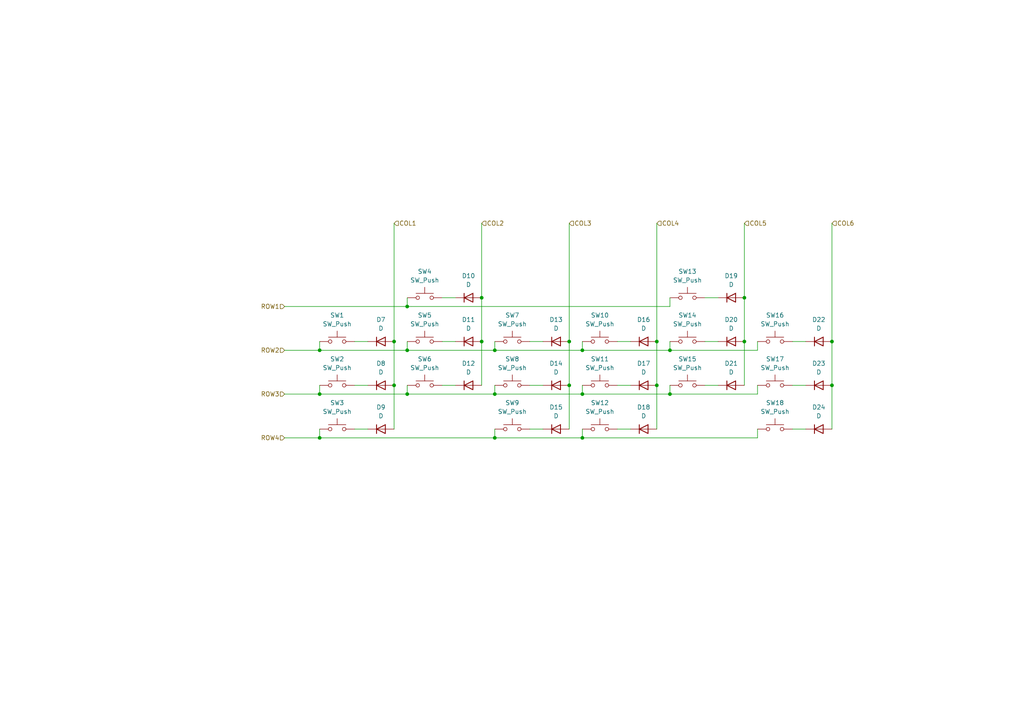
<source format=kicad_sch>
(kicad_sch (version 20231120) (generator "eeschema") (generator_version "8.0")
  (paper "A4")
  (lib_symbols
    (symbol "Device:D" (pin_numbers hide) (pin_names (offset 1.016) hide)
      (property "Reference" "D" (at 0 2.54 0))
      (property "Value" "D" (at 0 -2.54 0))
      (symbol "D_0_1"
        (polyline (pts (xy -1.27 1.27) (xy -1.27 -1.27)) (stroke (width 0.254)))
        (polyline (pts (xy 1.27 0) (xy -1.27 0)))
        (polyline (pts (xy 1.27 1.27) (xy 1.27 -1.27) (xy -1.27 0) (xy 1.27 1.27)) (stroke (width 0.254)))
      )
      (symbol "D_1_1"
        (pin passive line (at -3.81 0 0) (length 2.54) (name "K") (number "1"))
        (pin passive line (at 3.81 0 180) (length 2.54) (name "A") (number "2"))
      )
    )
    (symbol "Switch:SW_Push" (pin_numbers hide) (pin_names (offset 1.016) hide)
      (property "Reference" "SW" (at 1.27 2.54 0))
      (property "Value" "SW_Push" (at 0 -1.524 0))
      (symbol "SW_Push_0_1"
        (circle (center -2.032 0) (radius 0.508))
        (polyline (pts (xy 0 1.27) (xy 0 3.048)))
        (polyline (pts (xy 2.54 1.27) (xy -2.54 1.27)))
        (circle (center 2.032 0) (radius 0.508))
        (pin passive line (at -5.08 0 0) (length 2.54) (name "1") (number "1"))
        (pin passive line (at 5.08 0 180) (length 2.54) (name "2") (number "2"))
      )
    )
  )
  (junction (at 168.91 127))
  (junction (at 143.51 101.6))
  (junction (at 118.11 114.3))
  (junction (at 118.11 101.6))
  (junction (at 165.1 99.06))
  (junction (at 139.7 99.06))
  (junction (at 92.71 127))
  (junction (at 165.1 111.76))
  (junction (at 190.5 99.06))
  (junction (at 215.9 86.36))
  (junction (at 143.51 114.3))
  (junction (at 168.91 101.6))
  (junction (at 143.51 127))
  (junction (at 241.3 99.06))
  (junction (at 194.31 101.6))
  (junction (at 92.71 114.3))
  (junction (at 190.5 111.76))
  (junction (at 92.71 101.6))
  (junction (at 114.3 111.76))
  (junction (at 114.3 99.06))
  (junction (at 215.9 99.06))
  (junction (at 194.31 114.3))
  (junction (at 241.3 111.76))
  (junction (at 139.7 86.36))
  (junction (at 118.11 88.9))
  (junction (at 168.91 114.3))
  (wire (pts (xy 92.71 101.6) (xy 118.11 101.6)))
  (wire (pts (xy 92.71 111.76) (xy 92.71 114.3)))
  (wire (pts (xy 179.07 99.06) (xy 182.88 99.06)))
  (wire (pts (xy 229.87 111.76) (xy 233.68 111.76)))
  (wire (pts (xy 165.1 111.76) (xy 165.1 124.46)))
  (wire (pts (xy 153.67 99.06) (xy 157.48 99.06)))
  (wire (pts (xy 194.31 101.6) (xy 219.71 101.6)))
  (wire (pts (xy 168.91 114.3) (xy 194.31 114.3)))
  (wire (pts (xy 190.5 111.76) (xy 190.5 124.46)))
  (wire (pts (xy 92.71 127) (xy 143.51 127)))
  (wire (pts (xy 179.07 124.46) (xy 182.88 124.46)))
  (wire (pts (xy 215.9 99.06) (xy 215.9 111.76)))
  (wire (pts (xy 102.87 124.46) (xy 106.68 124.46)))
  (wire (pts (xy 153.67 124.46) (xy 157.48 124.46)))
  (wire (pts (xy 190.5 64.77) (xy 190.5 99.06)))
  (wire (pts (xy 114.3 111.76) (xy 114.3 124.46)))
  (wire (pts (xy 153.67 111.76) (xy 157.48 111.76)))
  (wire (pts (xy 143.51 114.3) (xy 168.91 114.3)))
  (wire (pts (xy 219.71 111.76) (xy 219.71 114.3)))
  (wire (pts (xy 143.51 127) (xy 168.91 127)))
  (wire (pts (xy 179.07 111.76) (xy 182.88 111.76)))
  (wire (pts (xy 241.3 99.06) (xy 241.3 111.76)))
  (wire (pts (xy 139.7 99.06) (xy 139.7 111.76)))
  (wire (pts (xy 118.11 101.6) (xy 143.51 101.6)))
  (wire (pts (xy 194.31 99.06) (xy 194.31 101.6)))
  (wire (pts (xy 168.91 111.76) (xy 168.91 114.3)))
  (wire (pts (xy 118.11 86.36) (xy 118.11 88.9)))
  (wire (pts (xy 194.31 111.76) (xy 194.31 114.3)))
  (wire (pts (xy 241.3 64.77) (xy 241.3 99.06)))
  (wire (pts (xy 143.51 99.06) (xy 143.51 101.6)))
  (wire (pts (xy 241.3 111.76) (xy 241.3 124.46)))
  (wire (pts (xy 168.91 124.46) (xy 168.91 127)))
  (wire (pts (xy 102.87 111.76) (xy 106.68 111.76)))
  (wire (pts (xy 82.55 127) (xy 92.71 127)))
  (wire (pts (xy 82.55 101.6) (xy 92.71 101.6)))
  (wire (pts (xy 229.87 124.46) (xy 233.68 124.46)))
  (wire (pts (xy 128.27 99.06) (xy 132.08 99.06)))
  (wire (pts (xy 194.31 114.3) (xy 219.71 114.3)))
  (wire (pts (xy 139.7 64.77) (xy 139.7 86.36)))
  (wire (pts (xy 215.9 86.36) (xy 215.9 99.06)))
  (wire (pts (xy 118.11 114.3) (xy 143.51 114.3)))
  (wire (pts (xy 139.7 86.36) (xy 139.7 99.06)))
  (wire (pts (xy 118.11 99.06) (xy 118.11 101.6)))
  (wire (pts (xy 168.91 127) (xy 219.71 127)))
  (wire (pts (xy 82.55 114.3) (xy 92.71 114.3)))
  (wire (pts (xy 128.27 111.76) (xy 132.08 111.76)))
  (wire (pts (xy 165.1 64.77) (xy 165.1 99.06)))
  (wire (pts (xy 114.3 64.77) (xy 114.3 99.06)))
  (wire (pts (xy 143.51 124.46) (xy 143.51 127)))
  (wire (pts (xy 215.9 64.77) (xy 215.9 86.36)))
  (wire (pts (xy 204.47 111.76) (xy 208.28 111.76)))
  (wire (pts (xy 92.71 114.3) (xy 118.11 114.3)))
  (wire (pts (xy 102.87 99.06) (xy 106.68 99.06)))
  (wire (pts (xy 143.51 111.76) (xy 143.51 114.3)))
  (wire (pts (xy 165.1 99.06) (xy 165.1 111.76)))
  (wire (pts (xy 92.71 124.46) (xy 92.71 127)))
  (wire (pts (xy 229.87 99.06) (xy 233.68 99.06)))
  (wire (pts (xy 118.11 88.9) (xy 194.31 88.9)))
  (wire (pts (xy 92.71 99.06) (xy 92.71 101.6)))
  (wire (pts (xy 194.31 86.36) (xy 194.31 88.9)))
  (wire (pts (xy 204.47 99.06) (xy 208.28 99.06)))
  (wire (pts (xy 168.91 99.06) (xy 168.91 101.6)))
  (wire (pts (xy 128.27 86.36) (xy 132.08 86.36)))
  (wire (pts (xy 219.71 124.46) (xy 219.71 127)))
  (wire (pts (xy 204.47 86.36) (xy 208.28 86.36)))
  (wire (pts (xy 219.71 99.06) (xy 219.71 101.6)))
  (wire (pts (xy 114.3 99.06) (xy 114.3 111.76)))
  (wire (pts (xy 82.55 88.9) (xy 118.11 88.9)))
  (wire (pts (xy 190.5 99.06) (xy 190.5 111.76)))
  (wire (pts (xy 143.51 101.6) (xy 168.91 101.6)))
  (wire (pts (xy 118.11 111.76) (xy 118.11 114.3)))
  (wire (pts (xy 168.91 101.6) (xy 194.31 101.6)))
  (hierarchical_label "COL2" (shape input) (at 139.7 64.77 0))
  (hierarchical_label "COL4" (shape input) (at 190.5 64.77 0))
  (hierarchical_label "ROW1" (shape input) (at 82.55 88.9 180))
  (hierarchical_label "ROW3" (shape input) (at 82.55 114.3 180))
  (hierarchical_label "ROW4" (shape input) (at 82.55 127 180))
  (hierarchical_label "COL6" (shape input) (at 241.3 64.77 0))
  (hierarchical_label "COL3" (shape input) (at 165.1 64.77 0))
  (hierarchical_label "ROW2" (shape input) (at 82.55 101.6 180))
  (hierarchical_label "COL5" (shape input) (at 215.9 64.77 0))
  (hierarchical_label "COL1" (shape input) (at 114.3 64.77 0))
  (symbol (lib_id "Switch:SW_Push") (at 199.39 111.76 0) (unit 1)
    (property "Reference" "SW15" (at 199.39 104.14 0))
    (property "Value" "SW_Push" (at 199.39 106.68 0))
    (property "Footprint" "Button_Switch_SMD:SW_Push_1TS009xxxx-xxxx-xxxx_6x6x5mm" (effects (hide yes)))
    (property "Datasheet" "https://www.lcsc.com/datasheet/lcsc_datasheet_1811151231_HYP--Hongyuan-Precision-1TS009A-1800-5000-CT_C319409.pdf" (effects (hide yes)))
    (property "JLCPCB Part" "C319409" (effects (hide yes)))
    (property "Manufracturer" "HYP (Hongyuan Precision)" (effects (hide yes)))
    (property "Manufracturer Part Number" "1TS009A-1800-5000-CT" (effects (hide yes)))
  )
  (symbol (lib_id "Switch:SW_Push") (at 123.19 86.36 0) (unit 1)
    (property "Reference" "SW4" (at 123.19 78.74 0))
    (property "Value" "SW_Push" (at 123.19 81.28 0))
    (property "Footprint" "Button_Switch_SMD:SW_Push_1TS009xxxx-xxxx-xxxx_6x6x5mm" (effects (hide yes)))
    (property "Datasheet" "https://www.lcsc.com/datasheet/lcsc_datasheet_1811151231_HYP--Hongyuan-Precision-1TS009A-1800-5000-CT_C319409.pdf" (effects (hide yes)))
    (property "JLCPCB Part" "C319409" (effects (hide yes)))
    (property "Manufracturer" "HYP (Hongyuan Precision)" (effects (hide yes)))
    (property "Manufracturer Part Number" "1TS009A-1800-5000-CT" (effects (hide yes)))
  )
  (symbol (lib_id "Switch:SW_Push") (at 199.39 99.06 0) (unit 1)
    (property "Reference" "SW14" (at 199.39 91.44 0))
    (property "Value" "SW_Push" (at 199.39 93.98 0))
    (property "Footprint" "Button_Switch_SMD:SW_Push_1TS009xxxx-xxxx-xxxx_6x6x5mm" (effects (hide yes)))
    (property "Datasheet" "https://www.lcsc.com/datasheet/lcsc_datasheet_1811151231_HYP--Hongyuan-Precision-1TS009A-1800-5000-CT_C319409.pdf" (effects (hide yes)))
    (property "JLCPCB Part" "C319409" (effects (hide yes)))
    (property "Manufracturer" "HYP (Hongyuan Precision)" (effects (hide yes)))
    (property "Manufracturer Part Number" "1TS009A-1800-5000-CT" (effects (hide yes)))
  )
  (symbol (lib_id "Switch:SW_Push") (at 173.99 99.06 0) (unit 1)
    (property "Reference" "SW10" (at 173.99 91.44 0))
    (property "Value" "SW_Push" (at 173.99 93.98 0))
    (property "Footprint" "Button_Switch_SMD:SW_Push_1TS009xxxx-xxxx-xxxx_6x6x5mm" (effects (hide yes)))
    (property "Datasheet" "https://www.lcsc.com/datasheet/lcsc_datasheet_1811151231_HYP--Hongyuan-Precision-1TS009A-1800-5000-CT_C319409.pdf" (effects (hide yes)))
    (property "JLCPCB Part" "C319409" (effects (hide yes)))
    (property "Manufracturer" "HYP (Hongyuan Precision)" (effects (hide yes)))
    (property "Manufracturer Part Number" "1TS009A-1800-5000-CT" (effects (hide yes)))
  )
  (symbol (lib_id "Device:D") (at 237.49 111.76 0) (unit 1)
    (property "Reference" "D23" (at 237.49 105.41 0))
    (property "Value" "D" (at 237.49 107.95 0))
    (property "Footprint" "Diode_SMD:D_0805_2012Metric" (effects (hide yes)))
    (property "Datasheet" "https://www.lcsc.com/datasheet/lcsc_datasheet_1809291616_LIZ-Elec-CD4148WSP_C109001.pdf" (effects (hide yes)))
    (property "Sim.Device" "D" (effects (hide yes)))
    (property "Sim.Pins" "1=K 2=A" (effects (hide yes)))
    (property "JLCPCB Part" "C109001" (effects (hide yes)))
    (property "Manufracturer" "LIZ Elec" (effects (hide yes)))
    (property "Manufracturer Part Number" "CD4148WSP" (effects (hide yes)))
  )
  (symbol (lib_id "Switch:SW_Push") (at 224.79 99.06 0) (unit 1)
    (property "Reference" "SW16" (at 224.79 91.44 0))
    (property "Value" "SW_Push" (at 224.79 93.98 0))
    (property "Footprint" "Button_Switch_SMD:SW_Push_1TS009xxxx-xxxx-xxxx_6x6x5mm" (effects (hide yes)))
    (property "Datasheet" "https://www.lcsc.com/datasheet/lcsc_datasheet_1811151231_HYP--Hongyuan-Precision-1TS009A-1800-5000-CT_C319409.pdf" (effects (hide yes)))
    (property "JLCPCB Part" "C319409" (effects (hide yes)))
    (property "Manufracturer" "HYP (Hongyuan Precision)" (effects (hide yes)))
    (property "Manufracturer Part Number" "1TS009A-1800-5000-CT" (effects (hide yes)))
  )
  (symbol (lib_id "Switch:SW_Push") (at 148.59 111.76 0) (unit 1)
    (property "Reference" "SW8" (at 148.59 104.14 0))
    (property "Value" "SW_Push" (at 148.59 106.68 0))
    (property "Footprint" "Button_Switch_SMD:SW_Push_1TS009xxxx-xxxx-xxxx_6x6x5mm" (effects (hide yes)))
    (property "Datasheet" "https://www.lcsc.com/datasheet/lcsc_datasheet_1811151231_HYP--Hongyuan-Precision-1TS009A-1800-5000-CT_C319409.pdf" (effects (hide yes)))
    (property "JLCPCB Part" "C319409" (effects (hide yes)))
    (property "Manufracturer" "HYP (Hongyuan Precision)" (effects (hide yes)))
    (property "Manufracturer Part Number" "1TS009A-1800-5000-CT" (effects (hide yes)))
  )
  (symbol (lib_id "Device:D") (at 135.89 86.36 0) (unit 1)
    (property "Reference" "D10" (at 135.89 80.01 0))
    (property "Value" "D" (at 135.89 82.55 0))
    (property "Footprint" "Diode_SMD:D_0805_2012Metric" (effects (hide yes)))
    (property "Datasheet" "https://www.lcsc.com/datasheet/lcsc_datasheet_1809291616_LIZ-Elec-CD4148WSP_C109001.pdf" (effects (hide yes)))
    (property "Sim.Device" "D" (effects (hide yes)))
    (property "Sim.Pins" "1=K 2=A" (effects (hide yes)))
    (property "JLCPCB Part" "C109001" (effects (hide yes)))
    (property "Manufracturer" "LIZ Elec" (effects (hide yes)))
    (property "Manufracturer Part Number" "CD4148WSP" (effects (hide yes)))
  )
  (symbol (lib_id "Switch:SW_Push") (at 148.59 124.46 0) (unit 1)
    (property "Reference" "SW9" (at 148.59 116.84 0))
    (property "Value" "SW_Push" (at 148.59 119.38 0))
    (property "Footprint" "Button_Switch_SMD:SW_Push_1TS009xxxx-xxxx-xxxx_6x6x5mm" (effects (hide yes)))
    (property "Datasheet" "https://www.lcsc.com/datasheet/lcsc_datasheet_1811151231_HYP--Hongyuan-Precision-1TS009A-1800-5000-CT_C319409.pdf" (effects (hide yes)))
    (property "JLCPCB Part" "C319409" (effects (hide yes)))
    (property "Manufracturer" "HYP (Hongyuan Precision)" (effects (hide yes)))
    (property "Manufracturer Part Number" "1TS009A-1800-5000-CT" (effects (hide yes)))
  )
  (symbol (lib_id "Device:D") (at 161.29 124.46 0) (unit 1)
    (property "Reference" "D15" (at 161.29 118.11 0))
    (property "Value" "D" (at 161.29 120.65 0))
    (property "Footprint" "Diode_SMD:D_0805_2012Metric" (effects (hide yes)))
    (property "Datasheet" "https://www.lcsc.com/datasheet/lcsc_datasheet_1809291616_LIZ-Elec-CD4148WSP_C109001.pdf" (effects (hide yes)))
    (property "Sim.Device" "D" (effects (hide yes)))
    (property "Sim.Pins" "1=K 2=A" (effects (hide yes)))
    (property "JLCPCB Part" "C109001" (effects (hide yes)))
    (property "Manufracturer" "LIZ Elec" (effects (hide yes)))
    (property "Manufracturer Part Number" "CD4148WSP" (effects (hide yes)))
  )
  (symbol (lib_id "Device:D") (at 135.89 99.06 0) (unit 1)
    (property "Reference" "D11" (at 135.89 92.71 0))
    (property "Value" "D" (at 135.89 95.25 0))
    (property "Footprint" "Diode_SMD:D_0805_2012Metric" (effects (hide yes)))
    (property "Datasheet" "https://www.lcsc.com/datasheet/lcsc_datasheet_1809291616_LIZ-Elec-CD4148WSP_C109001.pdf" (effects (hide yes)))
    (property "Sim.Device" "D" (effects (hide yes)))
    (property "Sim.Pins" "1=K 2=A" (effects (hide yes)))
    (property "JLCPCB Part" "C109001" (effects (hide yes)))
    (property "Manufracturer" "LIZ Elec" (effects (hide yes)))
    (property "Manufracturer Part Number" "CD4148WSP" (effects (hide yes)))
  )
  (symbol (lib_id "Device:D") (at 110.49 111.76 0) (unit 1)
    (property "Reference" "D8" (at 110.49 105.41 0))
    (property "Value" "D" (at 110.49 107.95 0))
    (property "Footprint" "Diode_SMD:D_0805_2012Metric" (effects (hide yes)))
    (property "Datasheet" "https://www.lcsc.com/datasheet/lcsc_datasheet_1809291616_LIZ-Elec-CD4148WSP_C109001.pdf" (effects (hide yes)))
    (property "Sim.Device" "D" (effects (hide yes)))
    (property "Sim.Pins" "1=K 2=A" (effects (hide yes)))
    (property "JLCPCB Part" "C109001" (effects (hide yes)))
    (property "Manufracturer" "LIZ Elec" (effects (hide yes)))
    (property "Manufracturer Part Number" "CD4148WSP" (effects (hide yes)))
  )
  (symbol (lib_id "Switch:SW_Push") (at 199.39 86.36 0) (unit 1)
    (property "Reference" "SW13" (at 199.39 78.74 0))
    (property "Value" "SW_Push" (at 199.39 81.28 0))
    (property "Footprint" "Button_Switch_SMD:SW_Push_1TS009xxxx-xxxx-xxxx_6x6x5mm" (effects (hide yes)))
    (property "Datasheet" "https://www.lcsc.com/datasheet/lcsc_datasheet_1811151231_HYP--Hongyuan-Precision-1TS009A-1800-5000-CT_C319409.pdf" (effects (hide yes)))
    (property "JLCPCB Part" "C319409" (effects (hide yes)))
    (property "Manufracturer" "HYP (Hongyuan Precision)" (effects (hide yes)))
    (property "Manufracturer Part Number" "1TS009A-1800-5000-CT" (effects (hide yes)))
  )
  (symbol (lib_id "Switch:SW_Push") (at 123.19 111.76 0) (unit 1)
    (property "Reference" "SW6" (at 123.19 104.14 0))
    (property "Value" "SW_Push" (at 123.19 106.68 0))
    (property "Footprint" "Button_Switch_SMD:SW_Push_1TS009xxxx-xxxx-xxxx_6x6x5mm" (effects (hide yes)))
    (property "Datasheet" "https://www.lcsc.com/datasheet/lcsc_datasheet_1811151231_HYP--Hongyuan-Precision-1TS009A-1800-5000-CT_C319409.pdf" (effects (hide yes)))
    (property "JLCPCB Part" "C319409" (effects (hide yes)))
    (property "Manufracturer" "HYP (Hongyuan Precision)" (effects (hide yes)))
    (property "Manufracturer Part Number" "1TS009A-1800-5000-CT" (effects (hide yes)))
  )
  (symbol (lib_id "Device:D") (at 110.49 124.46 0) (unit 1)
    (property "Reference" "D9" (at 110.49 118.11 0))
    (property "Value" "D" (at 110.49 120.65 0))
    (property "Footprint" "Diode_SMD:D_0805_2012Metric" (effects (hide yes)))
    (property "Datasheet" "https://www.lcsc.com/datasheet/lcsc_datasheet_1809291616_LIZ-Elec-CD4148WSP_C109001.pdf" (effects (hide yes)))
    (property "Sim.Device" "D" (effects (hide yes)))
    (property "Sim.Pins" "1=K 2=A" (effects (hide yes)))
    (property "JLCPCB Part" "C109001" (effects (hide yes)))
    (property "Manufracturer" "LIZ Elec" (effects (hide yes)))
    (property "Manufracturer Part Number" "CD4148WSP" (effects (hide yes)))
  )
  (symbol (lib_id "Device:D") (at 212.09 111.76 0) (unit 1)
    (property "Reference" "D21" (at 212.09 105.41 0))
    (property "Value" "D" (at 212.09 107.95 0))
    (property "Footprint" "Diode_SMD:D_0805_2012Metric" (effects (hide yes)))
    (property "Datasheet" "https://www.lcsc.com/datasheet/lcsc_datasheet_1809291616_LIZ-Elec-CD4148WSP_C109001.pdf" (effects (hide yes)))
    (property "Sim.Device" "D" (effects (hide yes)))
    (property "Sim.Pins" "1=K 2=A" (effects (hide yes)))
    (property "JLCPCB Part" "C109001" (effects (hide yes)))
    (property "Manufracturer" "LIZ Elec" (effects (hide yes)))
    (property "Manufracturer Part Number" "CD4148WSP" (effects (hide yes)))
  )
  (symbol (lib_id "Switch:SW_Push") (at 148.59 99.06 0) (unit 1)
    (property "Reference" "SW7" (at 148.59 91.44 0))
    (property "Value" "SW_Push" (at 148.59 93.98 0))
    (property "Footprint" "Button_Switch_SMD:SW_Push_1TS009xxxx-xxxx-xxxx_6x6x5mm" (effects (hide yes)))
    (property "Datasheet" "https://www.lcsc.com/datasheet/lcsc_datasheet_1811151231_HYP--Hongyuan-Precision-1TS009A-1800-5000-CT_C319409.pdf" (effects (hide yes)))
    (property "JLCPCB Part" "C319409" (effects (hide yes)))
    (property "Manufracturer" "HYP (Hongyuan Precision)" (effects (hide yes)))
    (property "Manufracturer Part Number" "1TS009A-1800-5000-CT" (effects (hide yes)))
  )
  (symbol (lib_id "Device:D") (at 237.49 124.46 0) (unit 1)
    (property "Reference" "D24" (at 237.49 118.11 0))
    (property "Value" "D" (at 237.49 120.65 0))
    (property "Footprint" "Diode_SMD:D_0805_2012Metric" (effects (hide yes)))
    (property "Datasheet" "https://www.lcsc.com/datasheet/lcsc_datasheet_1809291616_LIZ-Elec-CD4148WSP_C109001.pdf" (effects (hide yes)))
    (property "Sim.Device" "D" (effects (hide yes)))
    (property "Sim.Pins" "1=K 2=A" (effects (hide yes)))
    (property "JLCPCB Part" "C109001" (effects (hide yes)))
    (property "Manufracturer" "LIZ Elec" (effects (hide yes)))
    (property "Manufracturer Part Number" "CD4148WSP" (effects (hide yes)))
  )
  (symbol (lib_id "Device:D") (at 161.29 99.06 0) (unit 1)
    (property "Reference" "D13" (at 161.29 92.71 0))
    (property "Value" "D" (at 161.29 95.25 0))
    (property "Footprint" "Diode_SMD:D_0805_2012Metric" (effects (hide yes)))
    (property "Datasheet" "https://www.lcsc.com/datasheet/lcsc_datasheet_1809291616_LIZ-Elec-CD4148WSP_C109001.pdf" (effects (hide yes)))
    (property "Sim.Device" "D" (effects (hide yes)))
    (property "Sim.Pins" "1=K 2=A" (effects (hide yes)))
    (property "JLCPCB Part" "C109001" (effects (hide yes)))
    (property "Manufracturer" "LIZ Elec" (effects (hide yes)))
    (property "Manufracturer Part Number" "CD4148WSP" (effects (hide yes)))
  )
  (symbol (lib_id "Switch:SW_Push") (at 224.79 124.46 0) (unit 1)
    (property "Reference" "SW18" (at 224.79 116.84 0))
    (property "Value" "SW_Push" (at 224.79 119.38 0))
    (property "Footprint" "Button_Switch_SMD:SW_Push_1TS009xxxx-xxxx-xxxx_6x6x5mm" (effects (hide yes)))
    (property "Datasheet" "https://www.lcsc.com/datasheet/lcsc_datasheet_1811151231_HYP--Hongyuan-Precision-1TS009A-1800-5000-CT_C319409.pdf" (effects (hide yes)))
    (property "JLCPCB Part" "C319409" (effects (hide yes)))
    (property "Manufracturer" "HYP (Hongyuan Precision)" (effects (hide yes)))
    (property "Manufracturer Part Number" "1TS009A-1800-5000-CT" (effects (hide yes)))
  )
  (symbol (lib_id "Switch:SW_Push") (at 97.79 99.06 0) (unit 1)
    (property "Reference" "SW1" (at 97.79 91.44 0))
    (property "Value" "SW_Push" (at 97.79 93.98 0))
    (property "Footprint" "Button_Switch_SMD:SW_Push_1TS009xxxx-xxxx-xxxx_6x6x5mm" (effects (hide yes)))
    (property "Datasheet" "https://www.lcsc.com/datasheet/lcsc_datasheet_1811151231_HYP--Hongyuan-Precision-1TS009A-1800-5000-CT_C319409.pdf" (effects (hide yes)))
    (property "JLCPCB Part" "C319409" (effects (hide yes)))
    (property "Manufracturer" "HYP (Hongyuan Precision)" (effects (hide yes)))
    (property "Manufracturer Part Number" "1TS009A-1800-5000-CT" (effects (hide yes)))
  )
  (symbol (lib_id "Device:D") (at 212.09 99.06 0) (unit 1)
    (property "Reference" "D20" (at 212.09 92.71 0))
    (property "Value" "D" (at 212.09 95.25 0))
    (property "Footprint" "Diode_SMD:D_0805_2012Metric" (effects (hide yes)))
    (property "Datasheet" "https://www.lcsc.com/datasheet/lcsc_datasheet_1809291616_LIZ-Elec-CD4148WSP_C109001.pdf" (effects (hide yes)))
    (property "Sim.Device" "D" (effects (hide yes)))
    (property "Sim.Pins" "1=K 2=A" (effects (hide yes)))
    (property "JLCPCB Part" "C109001" (effects (hide yes)))
    (property "Manufracturer" "LIZ Elec" (effects (hide yes)))
    (property "Manufracturer Part Number" "CD4148WSP" (effects (hide yes)))
  )
  (symbol (lib_id "Device:D") (at 186.69 99.06 0) (unit 1)
    (property "Reference" "D16" (at 186.69 92.71 0))
    (property "Value" "D" (at 186.69 95.25 0))
    (property "Footprint" "Diode_SMD:D_0805_2012Metric" (effects (hide yes)))
    (property "Datasheet" "https://www.lcsc.com/datasheet/lcsc_datasheet_1809291616_LIZ-Elec-CD4148WSP_C109001.pdf" (effects (hide yes)))
    (property "Sim.Device" "D" (effects (hide yes)))
    (property "Sim.Pins" "1=K 2=A" (effects (hide yes)))
    (property "JLCPCB Part" "C109001" (effects (hide yes)))
    (property "Manufracturer" "LIZ Elec" (effects (hide yes)))
    (property "Manufracturer Part Number" "CD4148WSP" (effects (hide yes)))
  )
  (symbol (lib_id "Device:D") (at 186.69 111.76 0) (unit 1)
    (property "Reference" "D17" (at 186.69 105.41 0))
    (property "Value" "D" (at 186.69 107.95 0))
    (property "Footprint" "Diode_SMD:D_0805_2012Metric" (effects (hide yes)))
    (property "Datasheet" "https://www.lcsc.com/datasheet/lcsc_datasheet_1809291616_LIZ-Elec-CD4148WSP_C109001.pdf" (effects (hide yes)))
    (property "Sim.Device" "D" (effects (hide yes)))
    (property "Sim.Pins" "1=K 2=A" (effects (hide yes)))
    (property "JLCPCB Part" "C109001" (effects (hide yes)))
    (property "Manufracturer" "LIZ Elec" (effects (hide yes)))
    (property "Manufracturer Part Number" "CD4148WSP" (effects (hide yes)))
  )
  (symbol (lib_id "Switch:SW_Push") (at 173.99 111.76 0) (unit 1)
    (property "Reference" "SW11" (at 173.99 104.14 0))
    (property "Value" "SW_Push" (at 173.99 106.68 0))
    (property "Footprint" "Button_Switch_SMD:SW_Push_1TS009xxxx-xxxx-xxxx_6x6x5mm" (effects (hide yes)))
    (property "Datasheet" "https://www.lcsc.com/datasheet/lcsc_datasheet_1811151231_HYP--Hongyuan-Precision-1TS009A-1800-5000-CT_C319409.pdf" (effects (hide yes)))
    (property "JLCPCB Part" "C319409" (effects (hide yes)))
    (property "Manufracturer" "HYP (Hongyuan Precision)" (effects (hide yes)))
    (property "Manufracturer Part Number" "1TS009A-1800-5000-CT" (effects (hide yes)))
  )
  (symbol (lib_id "Device:D") (at 110.49 99.06 0) (unit 1)
    (property "Reference" "D7" (at 110.49 92.71 0))
    (property "Value" "D" (at 110.49 95.25 0))
    (property "Footprint" "Diode_SMD:D_0805_2012Metric" (effects (hide yes)))
    (property "Datasheet" "https://www.lcsc.com/datasheet/lcsc_datasheet_1809291616_LIZ-Elec-CD4148WSP_C109001.pdf" (effects (hide yes)))
    (property "Sim.Device" "D" (effects (hide yes)))
    (property "Sim.Pins" "1=K 2=A" (effects (hide yes)))
    (property "JLCPCB Part" "C109001" (effects (hide yes)))
    (property "Manufracturer" "LIZ Elec" (effects (hide yes)))
    (property "Manufracturer Part Number" "CD4148WSP" (effects (hide yes)))
  )
  (symbol (lib_id "Switch:SW_Push") (at 173.99 124.46 0) (unit 1)
    (property "Reference" "SW12" (at 173.99 116.84 0))
    (property "Value" "SW_Push" (at 173.99 119.38 0))
    (property "Footprint" "Button_Switch_SMD:SW_Push_1TS009xxxx-xxxx-xxxx_6x6x5mm" (effects (hide yes)))
    (property "Datasheet" "https://www.lcsc.com/datasheet/lcsc_datasheet_1811151231_HYP--Hongyuan-Precision-1TS009A-1800-5000-CT_C319409.pdf" (effects (hide yes)))
    (property "JLCPCB Part" "C319409" (effects (hide yes)))
    (property "Manufracturer" "HYP (Hongyuan Precision)" (effects (hide yes)))
    (property "Manufracturer Part Number" "1TS009A-1800-5000-CT" (effects (hide yes)))
  )
  (symbol (lib_id "Device:D") (at 237.49 99.06 0) (unit 1)
    (property "Reference" "D22" (at 237.49 92.71 0))
    (property "Value" "D" (at 237.49 95.25 0))
    (property "Footprint" "Diode_SMD:D_0805_2012Metric" (effects (hide yes)))
    (property "Datasheet" "https://www.lcsc.com/datasheet/lcsc_datasheet_1809291616_LIZ-Elec-CD4148WSP_C109001.pdf" (effects (hide yes)))
    (property "Sim.Device" "D" (effects (hide yes)))
    (property "Sim.Pins" "1=K 2=A" (effects (hide yes)))
    (property "JLCPCB Part" "C109001" (effects (hide yes)))
    (property "Manufracturer" "LIZ Elec" (effects (hide yes)))
    (property "Manufracturer Part Number" "CD4148WSP" (effects (hide yes)))
  )
  (symbol (lib_id "Device:D") (at 135.89 111.76 0) (unit 1)
    (property "Reference" "D12" (at 135.89 105.41 0))
    (property "Value" "D" (at 135.89 107.95 0))
    (property "Footprint" "Diode_SMD:D_0805_2012Metric" (effects (hide yes)))
    (property "Datasheet" "https://www.lcsc.com/datasheet/lcsc_datasheet_1809291616_LIZ-Elec-CD4148WSP_C109001.pdf" (effects (hide yes)))
    (property "Sim.Device" "D" (effects (hide yes)))
    (property "Sim.Pins" "1=K 2=A" (effects (hide yes)))
    (property "JLCPCB Part" "C109001" (effects (hide yes)))
    (property "Manufracturer" "LIZ Elec" (effects (hide yes)))
    (property "Manufracturer Part Number" "CD4148WSP" (effects (hide yes)))
  )
  (symbol (lib_id "Device:D") (at 161.29 111.76 0) (unit 1)
    (property "Reference" "D14" (at 161.29 105.41 0))
    (property "Value" "D" (at 161.29 107.95 0))
    (property "Footprint" "Diode_SMD:D_0805_2012Metric" (effects (hide yes)))
    (property "Datasheet" "https://www.lcsc.com/datasheet/lcsc_datasheet_1809291616_LIZ-Elec-CD4148WSP_C109001.pdf" (effects (hide yes)))
    (property "Sim.Device" "D" (effects (hide yes)))
    (property "Sim.Pins" "1=K 2=A" (effects (hide yes)))
    (property "JLCPCB Part" "C109001" (effects (hide yes)))
    (property "Manufracturer" "LIZ Elec" (effects (hide yes)))
    (property "Manufracturer Part Number" "CD4148WSP" (effects (hide yes)))
  )
  (symbol (lib_id "Switch:SW_Push") (at 123.19 99.06 0) (unit 1)
    (property "Reference" "SW5" (at 123.19 91.44 0))
    (property "Value" "SW_Push" (at 123.19 93.98 0))
    (property "Footprint" "Button_Switch_SMD:SW_Push_1TS009xxxx-xxxx-xxxx_6x6x5mm" (effects (hide yes)))
    (property "Datasheet" "https://www.lcsc.com/datasheet/lcsc_datasheet_1811151231_HYP--Hongyuan-Precision-1TS009A-1800-5000-CT_C319409.pdf" (effects (hide yes)))
    (property "JLCPCB Part" "C319409" (effects (hide yes)))
    (property "Manufracturer" "HYP (Hongyuan Precision)" (effects (hide yes)))
    (property "Manufracturer Part Number" "1TS009A-1800-5000-CT" (effects (hide yes)))
  )
  (symbol (lib_id "Switch:SW_Push") (at 97.79 111.76 0) (unit 1)
    (property "Reference" "SW2" (at 97.79 104.14 0))
    (property "Value" "SW_Push" (at 97.79 106.68 0))
    (property "Footprint" "Button_Switch_SMD:SW_Push_1TS009xxxx-xxxx-xxxx_6x6x5mm" (effects (hide yes)))
    (property "Datasheet" "https://www.lcsc.com/datasheet/lcsc_datasheet_1811151231_HYP--Hongyuan-Precision-1TS009A-1800-5000-CT_C319409.pdf" (effects (hide yes)))
    (property "JLCPCB Part" "C319409" (effects (hide yes)))
    (property "Manufracturer" "HYP (Hongyuan Precision)" (effects (hide yes)))
    (property "Manufracturer Part Number" "1TS009A-1800-5000-CT" (effects (hide yes)))
  )
  (symbol (lib_id "Device:D") (at 186.69 124.46 0) (unit 1)
    (property "Reference" "D18" (at 186.69 118.11 0))
    (property "Value" "D" (at 186.69 120.65 0))
    (property "Footprint" "Diode_SMD:D_0805_2012Metric" (effects (hide yes)))
    (property "Datasheet" "https://www.lcsc.com/datasheet/lcsc_datasheet_1809291616_LIZ-Elec-CD4148WSP_C109001.pdf" (effects (hide yes)))
    (property "Sim.Device" "D" (effects (hide yes)))
    (property "Sim.Pins" "1=K 2=A" (effects (hide yes)))
    (property "JLCPCB Part" "C109001" (effects (hide yes)))
    (property "Manufracturer" "LIZ Elec" (effects (hide yes)))
    (property "Manufracturer Part Number" "CD4148WSP" (effects (hide yes)))
  )
  (symbol (lib_id "Switch:SW_Push") (at 97.79 124.46 0) (unit 1)
    (property "Reference" "SW3" (at 97.79 116.84 0))
    (property "Value" "SW_Push" (at 97.79 119.38 0))
    (property "Footprint" "Button_Switch_SMD:SW_Push_1TS009xxxx-xxxx-xxxx_6x6x5mm" (effects (hide yes)))
    (property "Datasheet" "https://www.lcsc.com/datasheet/lcsc_datasheet_1811151231_HYP--Hongyuan-Precision-1TS009A-1800-5000-CT_C319409.pdf" (effects (hide yes)))
    (property "JLCPCB Part" "C319409" (effects (hide yes)))
    (property "Manufracturer" "HYP (Hongyuan Precision)" (effects (hide yes)))
    (property "Manufracturer Part Number" "1TS009A-1800-5000-CT" (effects (hide yes)))
  )
  (symbol (lib_id "Switch:SW_Push") (at 224.79 111.76 0) (unit 1)
    (property "Reference" "SW17" (at 224.79 104.14 0))
    (property "Value" "SW_Push" (at 224.79 106.68 0))
    (property "Footprint" "Button_Switch_SMD:SW_Push_1TS009xxxx-xxxx-xxxx_6x6x5mm" (effects (hide yes)))
    (property "Datasheet" "https://www.lcsc.com/datasheet/lcsc_datasheet_1811151231_HYP--Hongyuan-Precision-1TS009A-1800-5000-CT_C319409.pdf" (effects (hide yes)))
    (property "JLCPCB Part" "C319409" (effects (hide yes)))
    (property "Manufracturer" "HYP (Hongyuan Precision)" (effects (hide yes)))
    (property "Manufracturer Part Number" "1TS009A-1800-5000-CT" (effects (hide yes)))
  )
  (symbol (lib_id "Device:D") (at 212.09 86.36 0) (unit 1)
    (property "Reference" "D19" (at 212.09 80.01 0))
    (property "Value" "D" (at 212.09 82.55 0))
    (property "Footprint" "Diode_SMD:D_0805_2012Metric" (effects (hide yes)))
    (property "Datasheet" "https://www.lcsc.com/datasheet/lcsc_datasheet_1809291616_LIZ-Elec-CD4148WSP_C109001.pdf" (effects (hide yes)))
    (property "Sim.Device" "D" (effects (hide yes)))
    (property "Sim.Pins" "1=K 2=A" (effects (hide yes)))
    (property "JLCPCB Part" "C109001" (effects (hide yes)))
    (property "Manufracturer" "LIZ Elec" (effects (hide yes)))
    (property "Manufracturer Part Number" "CD4148WSP" (effects (hide yes)))
  )
)
</source>
